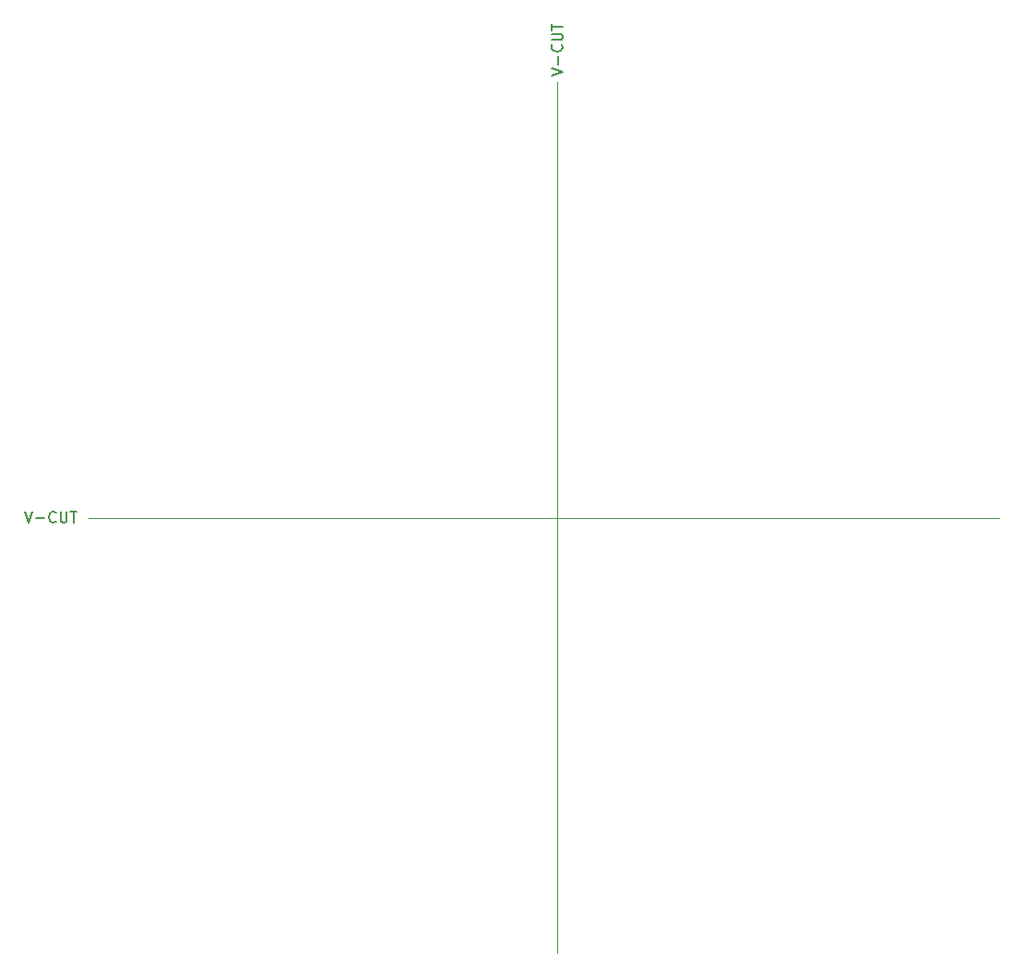
<source format=gbr>
G04 #@! TF.GenerationSoftware,KiCad,Pcbnew,(5.1.2)-1*
G04 #@! TF.CreationDate,2020-06-07T00:30:59+09:00*
G04 #@! TF.ProjectId,universal_power_board,756e6976-6572-4736-916c-5f706f776572,rev?*
G04 #@! TF.SameCoordinates,Original*
G04 #@! TF.FileFunction,Legend,Bot*
G04 #@! TF.FilePolarity,Positive*
%FSLAX46Y46*%
G04 Gerber Fmt 4.6, Leading zero omitted, Abs format (unit mm)*
G04 Created by KiCad (PCBNEW (5.1.2)-1) date 2020-06-07 00:30:59*
%MOMM*%
%LPD*%
G04 APERTURE LIST*
%ADD10C,0.150000*%
%ADD11C,0.120000*%
G04 APERTURE END LIST*
D10*
X149952380Y-70857142D02*
X150952380Y-70523809D01*
X149952380Y-70190476D01*
X150571428Y-69857142D02*
X150571428Y-69095238D01*
X150857142Y-68047619D02*
X150904761Y-68095238D01*
X150952380Y-68238095D01*
X150952380Y-68333333D01*
X150904761Y-68476190D01*
X150809523Y-68571428D01*
X150714285Y-68619047D01*
X150523809Y-68666666D01*
X150380952Y-68666666D01*
X150190476Y-68619047D01*
X150095238Y-68571428D01*
X150000000Y-68476190D01*
X149952380Y-68333333D01*
X149952380Y-68238095D01*
X150000000Y-68095238D01*
X150047619Y-68047619D01*
X149952380Y-67619047D02*
X150761904Y-67619047D01*
X150857142Y-67571428D01*
X150904761Y-67523809D01*
X150952380Y-67428571D01*
X150952380Y-67238095D01*
X150904761Y-67142857D01*
X150857142Y-67095238D01*
X150761904Y-67047619D01*
X149952380Y-67047619D01*
X149952380Y-66714285D02*
X149952380Y-66142857D01*
X150952380Y-66428571D02*
X149952380Y-66428571D01*
X101642857Y-110952380D02*
X101976190Y-111952380D01*
X102309523Y-110952380D01*
X102642857Y-111571428D02*
X103404761Y-111571428D01*
X104452380Y-111857142D02*
X104404761Y-111904761D01*
X104261904Y-111952380D01*
X104166666Y-111952380D01*
X104023809Y-111904761D01*
X103928571Y-111809523D01*
X103880952Y-111714285D01*
X103833333Y-111523809D01*
X103833333Y-111380952D01*
X103880952Y-111190476D01*
X103928571Y-111095238D01*
X104023809Y-111000000D01*
X104166666Y-110952380D01*
X104261904Y-110952380D01*
X104404761Y-111000000D01*
X104452380Y-111047619D01*
X104880952Y-110952380D02*
X104880952Y-111761904D01*
X104928571Y-111857142D01*
X104976190Y-111904761D01*
X105071428Y-111952380D01*
X105261904Y-111952380D01*
X105357142Y-111904761D01*
X105404761Y-111857142D01*
X105452380Y-111761904D01*
X105452380Y-110952380D01*
X105785714Y-110952380D02*
X106357142Y-110952380D01*
X106071428Y-111952380D02*
X106071428Y-110952380D01*
D11*
X107500000Y-111500000D02*
X191000000Y-111500000D01*
X150500000Y-151500000D02*
X150500000Y-71500000D01*
M02*

</source>
